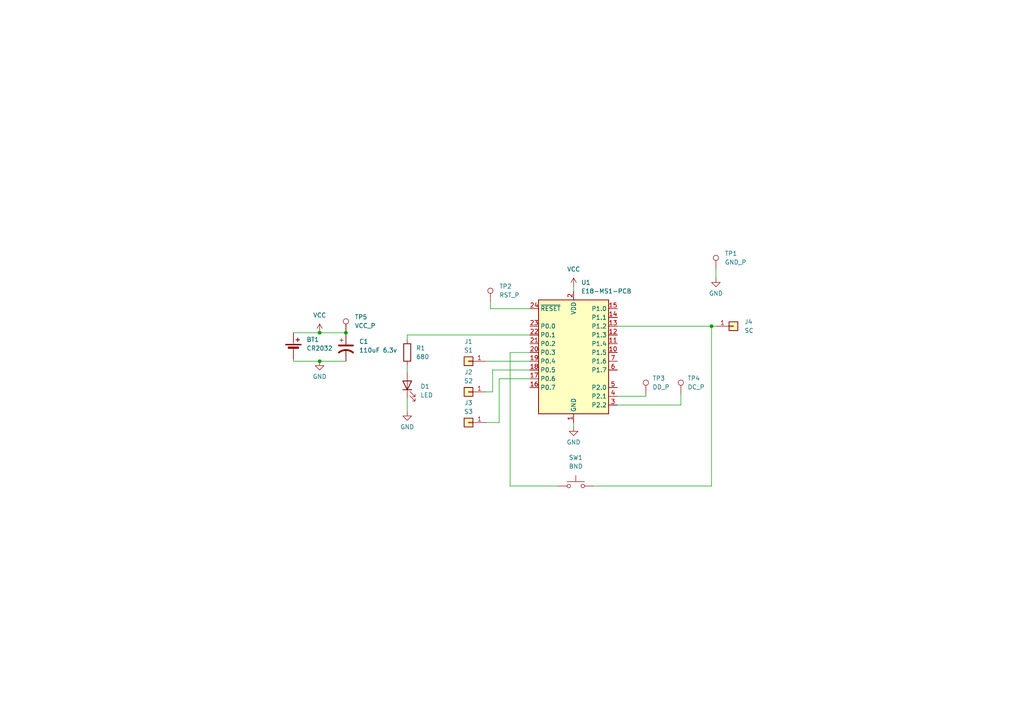
<source format=kicad_sch>
(kicad_sch (version 20231120) (generator "eeschema") (generator_version "8.0")
  (paper "A4")
  (lib_symbols
    (symbol "Connector:TestPoint" (pin_numbers hide) (pin_names (offset 0.762) hide)
      (property "Reference" "TP" (at 0 6.858 0))
      (property "Value" "TestPoint" (at 0 5.08 0))
      (symbol "TestPoint_0_1"
        (circle (center 0 3.302) (radius 0.762))
      )
      (symbol "TestPoint_1_1"
        (pin passive line (at 0 0 90) (length 2.54) (name "1") (number "1"))
      )
    )
    (symbol "Connector_Generic:Conn_01x01" (pin_names (offset 1.016) hide)
      (property "Reference" "J" (at 0 2.54 0))
      (property "Value" "Conn_01x01" (at 0 -2.54 0))
      (symbol "Conn_01x01_1_1"
        (rectangle (start -1.27 0.127) (end 0 -0.127) (stroke (width 0.1524)))
        (rectangle (start -1.27 1.27) (end 1.27 -1.27) (stroke (width 0.254)) (fill (type background)))
        (pin passive line (at -5.08 0 0) (length 3.81) (name "Pin_1") (number "1"))
      )
    )
    (symbol "Device:Battery_Cell" (pin_numbers hide) (pin_names (offset 0) hide)
      (property "Reference" "BT" (at 2.54 2.54 0))
      (property "Value" "Battery_Cell" (at 2.54 0 0))
      (symbol "Battery_Cell_0_1"
        (rectangle (start -2.286 1.778) (end 2.286 1.524) (fill (type outline)))
        (rectangle (start -1.524 1.016) (end 1.524 0.508) (fill (type outline)))
        (polyline (pts (xy 0 0.762) (xy 0 0)))
        (polyline (pts (xy 0 1.778) (xy 0 2.54)))
        (polyline (pts (xy 0.762 3.048) (xy 1.778 3.048)) (stroke (width 0.254)))
        (polyline (pts (xy 1.27 3.556) (xy 1.27 2.54)) (stroke (width 0.254)))
      )
      (symbol "Battery_Cell_1_1"
        (pin passive line (at 0 5.08 270) (length 2.54) (name "+") (number "1"))
        (pin passive line (at 0 -2.54 90) (length 2.54) (name "-") (number "2"))
      )
    )
    (symbol "Device:C_Polarized_US" (pin_numbers hide) (pin_names (offset 0.254) hide)
      (property "Reference" "C" (at 0.635 2.54 0))
      (property "Value" "C_Polarized_US" (at 0.635 -2.54 0))
      (symbol "C_Polarized_US_0_1"
        (polyline (pts (xy -2.032 0.762) (xy 2.032 0.762)) (stroke (width 0.508)))
        (polyline (pts (xy -1.778 2.286) (xy -0.762 2.286)))
        (polyline (pts (xy -1.27 1.778) (xy -1.27 2.794)))
        (arc (start 2.032 -1.27) (mid 0 -0.5572) (end -2.032 -1.27) (stroke (width 0.508)))
      )
      (symbol "C_Polarized_US_1_1"
        (pin passive line (at 0 3.81 270) (length 2.794) (name "~") (number "1"))
        (pin passive line (at 0 -3.81 90) (length 3.302) (name "~") (number "2"))
      )
    )
    (symbol "Device:LED" (pin_numbers hide) (pin_names (offset 1.016) hide)
      (property "Reference" "D" (at 0 2.54 0))
      (property "Value" "LED" (at 0 -2.54 0))
      (symbol "LED_0_1"
        (polyline (pts (xy -1.27 -1.27) (xy -1.27 1.27)) (stroke (width 0.254)))
        (polyline (pts (xy -1.27 0) (xy 1.27 0)))
        (polyline (pts (xy 1.27 -1.27) (xy 1.27 1.27) (xy -1.27 0) (xy 1.27 -1.27)) (stroke (width 0.254)))
        (polyline (pts (xy -3.048 -0.762) (xy -4.572 -2.286) (xy -3.81 -2.286) (xy -4.572 -2.286) (xy -4.572 -1.524)))
        (polyline (pts (xy -1.778 -0.762) (xy -3.302 -2.286) (xy -2.54 -2.286) (xy -3.302 -2.286) (xy -3.302 -1.524)))
      )
      (symbol "LED_1_1"
        (pin passive line (at -3.81 0 0) (length 2.54) (name "K") (number "1"))
        (pin passive line (at 3.81 0 180) (length 2.54) (name "A") (number "2"))
      )
    )
    (symbol "Device:R" (pin_numbers hide) (pin_names (offset 0))
      (property "Reference" "R" (at 2.032 0 90))
      (property "Value" "R" (at 0 0 90))
      (symbol "R_0_1"
        (rectangle (start -1.016 -2.54) (end 1.016 2.54) (stroke (width 0.254)))
      )
      (symbol "R_1_1"
        (pin passive line (at 0 3.81 270) (length 1.27) (name "~") (number "1"))
        (pin passive line (at 0 -3.81 90) (length 1.27) (name "~") (number "2"))
      )
    )
    (symbol "RF_Module:E18-MS1-PCB"
      (property "Reference" "U" (at -2.54 21.59 0))
      (property "Value" "E18-MS1-PCB" (at -2.54 19.05 0))
      (symbol "E18-MS1-PCB_0_1"
        (rectangle (start -10.16 17.78) (end 10.16 -15.24) (stroke (width 0.254)) (fill (type background)))
      )
      (symbol "E18-MS1-PCB_1_1"
        (pin power_in line (at 0 -17.78 90) (length 2.54) (name "GND") (number "1"))
        (pin bidirectional line (at 12.7 2.54 180) (length 2.54) (name "P1.5") (number "10"))
        (pin bidirectional line (at 12.7 5.08 180) (length 2.54) (name "P1.4") (number "11"))
        (pin bidirectional line (at 12.7 7.62 180) (length 2.54) (name "P1.3") (number "12"))
        (pin bidirectional line (at 12.7 10.16 180) (length 2.54) (name "P1.2") (number "13"))
        (pin bidirectional line (at 12.7 12.7 180) (length 2.54) (name "P1.1") (number "14"))
        (pin bidirectional line (at 12.7 15.24 180) (length 2.54) (name "P1.0") (number "15"))
        (pin bidirectional line (at -12.7 -7.62 0) (length 2.54) (name "P0.7") (number "16"))
        (pin bidirectional line (at -12.7 -5.08 0) (length 2.54) (name "P0.6") (number "17"))
        (pin bidirectional line (at -12.7 -2.54 0) (length 2.54) (name "P0.5") (number "18"))
        (pin bidirectional line (at -12.7 0 0) (length 2.54) (name "P0.4") (number "19"))
        (pin power_in line (at 0 20.32 270) (length 2.54) (name "VDD") (number "2"))
        (pin bidirectional line (at -12.7 2.54 0) (length 2.54) (name "P0.3") (number "20"))
        (pin bidirectional line (at -12.7 5.08 0) (length 2.54) (name "P0.2") (number "21"))
        (pin bidirectional line (at -12.7 7.62 0) (length 2.54) (name "P0.1") (number "22"))
        (pin bidirectional line (at -12.7 10.16 0) (length 2.54) (name "P0.0") (number "23"))
        (pin input line (at -12.7 15.24 0) (length 2.54) (name "~{RESET}") (number "24"))
        (pin bidirectional line (at 12.7 -12.7 180) (length 2.54) (name "P2.2") (number "3"))
        (pin bidirectional line (at 12.7 -10.16 180) (length 2.54) (name "P2.1") (number "4"))
        (pin bidirectional line (at 12.7 -7.62 180) (length 2.54) (name "P2.0") (number "5"))
        (pin bidirectional line (at 12.7 -2.54 180) (length 2.54) (name "P1.7") (number "6"))
        (pin bidirectional line (at 12.7 0 180) (length 2.54) (name "P1.6") (number "7"))
        (pin no_connect line (at -10.16 -10.16 0) (length 2.54) hide (name "NC") (number "8"))
        (pin no_connect line (at -10.16 -12.7 0) (length 2.54) hide (name "NC") (number "9"))
      )
    )
    (symbol "Switch:SW_Push" (pin_numbers hide) (pin_names (offset 1.016) hide)
      (property "Reference" "SW" (at 1.27 2.54 0))
      (property "Value" "SW_Push" (at 0 -1.524 0))
      (symbol "SW_Push_0_1"
        (circle (center -2.032 0) (radius 0.508))
        (polyline (pts (xy 0 1.27) (xy 0 3.048)))
        (polyline (pts (xy 2.54 1.27) (xy -2.54 1.27)))
        (circle (center 2.032 0) (radius 0.508))
        (pin passive line (at -5.08 0 0) (length 2.54) (name "1") (number "1"))
        (pin passive line (at 5.08 0 180) (length 2.54) (name "2") (number "2"))
      )
    )
    (symbol "power:GND" (power) (pin_names (offset 0))
      (property "Value" "GND" (at 0 -3.81 0))
      (symbol "GND_0_1"
        (polyline (pts (xy 0 0) (xy 0 -1.27) (xy 1.27 -1.27) (xy 0 -2.54) (xy -1.27 -1.27) (xy 0 -1.27)))
      )
      (symbol "GND_1_1"
        (pin power_in line (at 0 0 270) (length 0) hide (name "GND") (number "1"))
      )
    )
    (symbol "power:VCC" (power) (pin_names (offset 0))
      (property "Value" "VCC" (at 0 3.81 0))
      (symbol "VCC_0_1"
        (polyline (pts (xy -0.762 1.27) (xy 0 2.54)))
        (polyline (pts (xy 0 0) (xy 0 2.54)))
        (polyline (pts (xy 0 2.54) (xy 0.762 1.27)))
      )
      (symbol "VCC_1_1"
        (pin power_in line (at 0 0 90) (length 0) hide (name "VCC") (number "1"))
      )
    )
  )
  (junction (at 92.71 96.52))
  (junction (at 206.375 94.615))
  (junction (at 100.33 96.52))
  (junction (at 92.71 104.775))
  (wire (pts (xy 179.07 114.935) (xy 187.325 114.935)))
  (wire (pts (xy 118.11 106.045) (xy 118.11 107.95)))
  (wire (pts (xy 147.955 102.235) (xy 153.67 102.235)))
  (wire (pts (xy 153.67 107.315) (xy 142.875 107.315)))
  (wire (pts (xy 140.97 104.775) (xy 153.67 104.775)))
  (wire (pts (xy 187.325 114.935) (xy 187.325 114.3)))
  (wire (pts (xy 92.71 104.775) (xy 85.09 104.775)))
  (wire (pts (xy 100.33 96.52) (xy 100.33 97.155)))
  (wire (pts (xy 142.875 113.665) (xy 140.97 113.665)))
  (wire (pts (xy 166.37 122.555) (xy 166.37 123.825)))
  (wire (pts (xy 153.67 109.855) (xy 144.78 109.855)))
  (wire (pts (xy 147.955 140.97) (xy 147.955 102.235)))
  (wire (pts (xy 207.645 78.105) (xy 207.645 80.645)))
  (wire (pts (xy 142.875 107.315) (xy 142.875 113.665)))
  (wire (pts (xy 172.085 140.97) (xy 206.375 140.97)))
  (wire (pts (xy 144.78 109.855) (xy 144.78 122.555)))
  (wire (pts (xy 144.78 122.555) (xy 140.97 122.555)))
  (wire (pts (xy 100.33 104.775) (xy 92.71 104.775)))
  (wire (pts (xy 197.485 117.475) (xy 179.07 117.475)))
  (wire (pts (xy 85.09 96.52) (xy 92.71 96.52)))
  (wire (pts (xy 118.11 97.155) (xy 118.11 98.425)))
  (wire (pts (xy 166.37 83.185) (xy 166.37 84.455)))
  (wire (pts (xy 197.485 114.3) (xy 197.485 117.475)))
  (wire (pts (xy 92.71 96.52) (xy 100.33 96.52)))
  (wire (pts (xy 179.07 94.615) (xy 206.375 94.615)))
  (wire (pts (xy 153.67 97.155) (xy 118.11 97.155)))
  (wire (pts (xy 142.24 89.535) (xy 153.67 89.535)))
  (wire (pts (xy 142.24 87.63) (xy 142.24 89.535)))
  (wire (pts (xy 85.09 104.775) (xy 85.09 104.14)))
  (wire (pts (xy 206.375 94.615) (xy 206.375 140.97)))
  (wire (pts (xy 118.11 119.38) (xy 118.11 115.57)))
  (wire (pts (xy 206.375 94.615) (xy 207.645 94.615)))
  (wire (pts (xy 147.955 140.97) (xy 161.925 140.97)))
  (symbol (lib_id "Device:Battery_Cell") (at 85.09 101.6 0) (unit 1)
    (property "Reference" "BT1" (at 88.9 98.4885 0) (effects (justify left)))
    (property "Value" "CR2032" (at 88.9 101.0285 0) (effects (justify left)))
    (property "Footprint" "Battery:BatteryHolder_Multicomp_BC-2001_1x2032" (effects (hide yes)))
  )
  (symbol (lib_id "Device:R") (at 118.11 102.235 0) (unit 1)
    (property "Reference" "R1" (at 120.65 100.965 0) (effects (justify left)))
    (property "Value" "680" (at 120.65 103.505 0) (effects (justify left)))
    (property "Footprint" "Resistor_SMD:R_1206_3216Metric_Pad1.30x1.75mm_HandSolder" (effects (hide yes)))
  )
  (symbol (lib_id "Connector:TestPoint") (at 142.24 87.63 0) (unit 1)
    (property "Reference" "TP2" (at 144.78 83.058 0) (effects (justify left)))
    (property "Value" "RST_P" (at 144.78 85.598 0) (effects (justify left)))
    (property "Footprint" "TestPoint:TestPoint_Pad_D2.0mm" (effects (hide yes)))
  )
  (symbol (lib_id "Switch:SW_Push") (at 167.005 140.97 0) (mirror y) (unit 1)
    (property "Reference" "SW1" (at 167.005 132.715 0))
    (property "Value" "BND" (at 167.005 135.255 0))
    (property "Footprint" "MyLib:TS-017a" (effects (hide yes)))
  )
  (symbol (lib_id "Connector:TestPoint") (at 207.645 78.105 0) (unit 1)
    (property "Reference" "TP1" (at 210.185 73.533 0) (effects (justify left)))
    (property "Value" "GND_P" (at 210.185 76.073 0) (effects (justify left)))
    (property "Footprint" "TestPoint:TestPoint_Pad_D2.0mm" (effects (hide yes)))
  )
  (symbol (lib_id "power:VCC") (at 92.71 96.52 0) (unit 1)
    (property "Reference" "#PWR01" (effects (hide yes)))
    (property "Value" "VCC" (at 92.71 91.44 0))
  )
  (symbol (lib_id "Connector:TestPoint") (at 197.485 114.3 0) (unit 1)
    (property "Reference" "TP4" (at 199.39 109.728 0) (effects (justify left)))
    (property "Value" "DC_P" (at 199.39 112.268 0) (effects (justify left)))
    (property "Footprint" "TestPoint:TestPoint_Pad_D2.0mm" (effects (hide yes)))
  )
  (symbol (lib_id "power:GND") (at 166.37 123.825 0) (unit 1)
    (property "Reference" "#PWR05" (effects (hide yes)))
    (property "Value" "GND" (at 166.37 128.27 0))
  )
  (symbol (lib_id "Connector_Generic:Conn_01x01") (at 135.89 104.775 180) (unit 1)
    (property "Reference" "J1" (at 135.89 99.06 0))
    (property "Value" "S1" (at 135.89 101.6 0))
    (property "Footprint" "Connector_Wire:SolderWire-1.5sqmm_1x01_D1.7mm_OD3mm" (effects (hide yes)))
  )
  (symbol (lib_id "power:GND") (at 92.71 104.775 0) (unit 1)
    (property "Reference" "#PWR02" (effects (hide yes)))
    (property "Value" "GND" (at 92.71 109.22 0))
  )
  (symbol (lib_id "Connector_Generic:Conn_01x01") (at 135.89 122.555 180) (unit 1)
    (property "Reference" "J3" (at 135.89 116.84 0))
    (property "Value" "S3" (at 135.89 119.38 0))
    (property "Footprint" "Connector_Wire:SolderWire-1.5sqmm_1x01_D1.7mm_OD3mm" (effects (hide yes)))
  )
  (symbol (lib_id "power:GND") (at 207.645 80.645 0) (unit 1)
    (property "Reference" "#PWR04" (effects (hide yes)))
    (property "Value" "GND" (at 207.645 85.09 0))
  )
  (symbol (lib_id "Device:C_Polarized_US") (at 100.33 100.965 0) (unit 1)
    (property "Reference" "C1" (at 104.14 99.06 0) (effects (justify left)))
    (property "Value" "110uF 6.3v" (at 104.14 101.6 0) (effects (justify left)))
    (property "Footprint" "Capacitor_Tantalum_SMD:CP_EIA-3528-21_Kemet-B_Pad1.50x2.35mm_HandSolder" (effects (hide yes)))
  )
  (symbol (lib_id "power:GND") (at 118.11 119.38 0) (unit 1)
    (property "Reference" "#PWR03" (effects (hide yes)))
    (property "Value" "GND" (at 118.11 123.825 0))
  )
  (symbol (lib_id "Connector_Generic:Conn_01x01") (at 212.725 94.615 0) (unit 1)
    (property "Reference" "J4" (at 215.9 93.345 0) (effects (justify left)))
    (property "Value" "SC" (at 215.9 95.885 0) (effects (justify left)))
    (property "Footprint" "Connector_Wire:SolderWire-1.5sqmm_1x01_D1.7mm_OD3mm" (effects (hide yes)))
  )
  (symbol (lib_id "Connector_Generic:Conn_01x01") (at 135.89 113.665 180) (unit 1)
    (property "Reference" "J2" (at 135.89 107.95 0))
    (property "Value" "S2" (at 135.89 110.49 0))
    (property "Footprint" "Connector_Wire:SolderWire-1.5sqmm_1x01_D1.7mm_OD3mm" (effects (hide yes)))
  )
  (symbol (lib_id "Device:LED") (at 118.11 111.76 90) (unit 1)
    (property "Reference" "D1" (at 121.92 112.0775 90) (effects (justify right)))
    (property "Value" "LED" (at 121.92 114.6175 90) (effects (justify right)))
    (property "Footprint" "LED_SMD:LED_1206_3216Metric_Pad1.42x1.75mm_HandSolder" (effects (hide yes)))
  )
  (symbol (lib_id "Connector:TestPoint") (at 100.33 96.52 0) (unit 1)
    (property "Reference" "TP5" (at 102.87 91.948 0) (effects (justify left)))
    (property "Value" "VCC_P" (at 102.87 94.488 0) (effects (justify left)))
    (property "Footprint" "TestPoint:TestPoint_Pad_D2.0mm" (effects (hide yes)))
  )
  (symbol (lib_id "power:VCC") (at 166.37 83.185 0) (unit 1)
    (property "Reference" "#PWR06" (effects (hide yes)))
    (property "Value" "VCC" (at 166.37 78.105 0))
  )
  (symbol (lib_id "Connector:TestPoint") (at 187.325 114.3 0) (unit 1)
    (property "Reference" "TP3" (at 189.23 109.728 0) (effects (justify left)))
    (property "Value" "DD_P" (at 189.23 112.268 0) (effects (justify left)))
    (property "Footprint" "TestPoint:TestPoint_Pad_D2.0mm" (effects (hide yes)))
  )
  (symbol (lib_id "RF_Module:E18-MS1-PCB") (at 166.37 104.775 0) (unit 1)
    (property "Reference" "U1" (at 168.5641 81.915 0) (effects (justify left)))
    (property "Value" "E18-MS1-PCB" (at 168.5641 84.455 0) (effects (justify left)))
    (property "Footprint" "RF_Module:E18-MS1-PCB" (effects (hide yes)))
    (property "Datasheet" "http://www.cdebyte.com/en/downpdf.aspx?id=122" (effects (hide yes)))
  )
)
</source>
